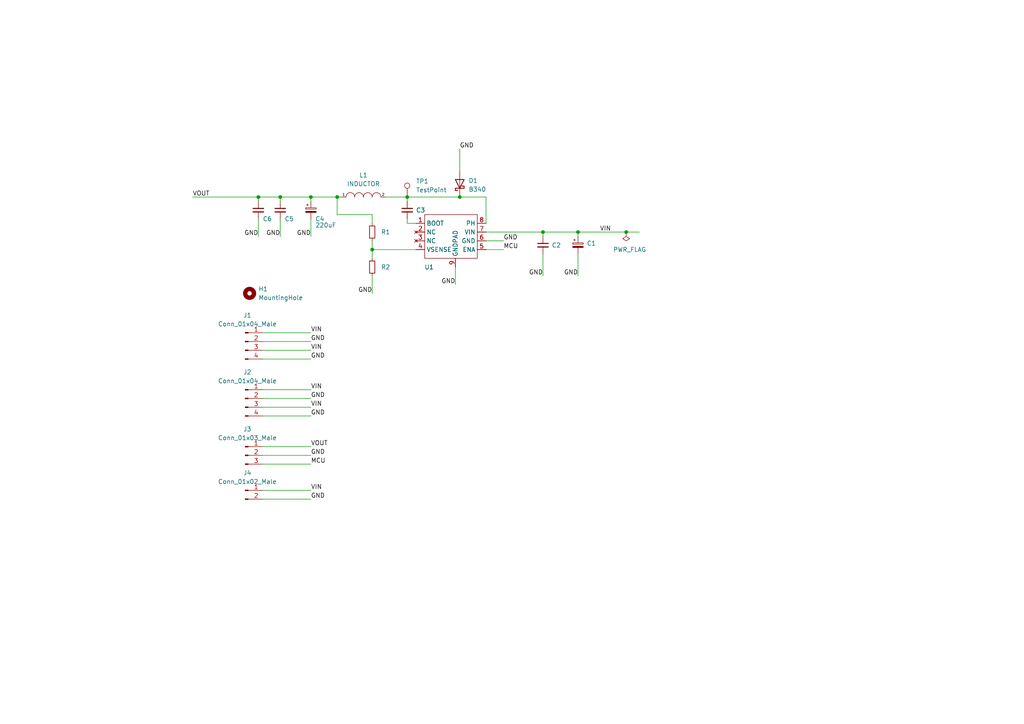
<source format=kicad_sch>
(kicad_sch (version 20211123) (generator eeschema)
  (paper "A4")
  (lib_symbols
    (symbol "#Wegner:TPS5430"
      (property "Reference" "U" (at 0 -8.89 0))
      (property "Value" "TPS5430" (at 0 8.89 0))
      (symbol "TPS5430_0_1"
        (rectangle (start -7.62 6.35) (end 7.62 -6.35))
      )
      (symbol "TPS5430_1_1"
        (pin output line (at -10.16 3.81 0) (length 2.54) (name "BOOT") (number "1"))
        (pin no_connect line (at -10.16 1.27 0) (length 2.54) (name "NC") (number "2"))
        (pin no_connect line (at -10.16 -1.27 0) (length 2.54) (name "NC") (number "3"))
        (pin input line (at -10.16 -3.81 0) (length 2.54) (name "VSENSE") (number "4"))
        (pin input line (at 10.16 -3.81 180) (length 2.54) (name "ENA") (number "5"))
        (pin input line (at 10.16 -1.27 180) (length 2.54) (name "GND") (number "6"))
        (pin input line (at 10.16 1.27 180) (length 2.54) (name "VIN") (number "7"))
        (pin output line (at 10.16 3.81 180) (length 2.54) (name "PH") (number "8"))
        (pin input line (at 1.27 -8.89 90) (length 2.54) (name "GNDPAD") (number "9"))
      )
    )
    (symbol "Connector:Conn_01x02_Male" (pin_names (offset 1.016) hide)
      (property "Reference" "J" (at 0 2.54 0))
      (property "Value" "Conn_01x02_Male" (at 0 -5.08 0))
      (symbol "Conn_01x02_Male_1_1"
        (polyline (pts (xy 1.27 -2.54) (xy 0.8636 -2.54)) (stroke (width 0.1524)))
        (polyline (pts (xy 1.27 0) (xy 0.8636 0)) (stroke (width 0.1524)))
        (rectangle (start 0.8636 -2.413) (end 0 -2.667) (stroke (width 0.1524)) (fill (type outline)))
        (rectangle (start 0.8636 0.127) (end 0 -0.127) (stroke (width 0.1524)) (fill (type outline)))
        (pin passive line (at 5.08 0 180) (length 3.81) (name "Pin_1") (number "1"))
        (pin passive line (at 5.08 -2.54 180) (length 3.81) (name "Pin_2") (number "2"))
      )
    )
    (symbol "Connector:Conn_01x03_Male" (pin_names (offset 1.016) hide)
      (property "Reference" "J" (at 0 5.08 0))
      (property "Value" "Conn_01x03_Male" (at 0 -5.08 0))
      (symbol "Conn_01x03_Male_1_1"
        (polyline (pts (xy 1.27 -2.54) (xy 0.8636 -2.54)) (stroke (width 0.1524)))
        (polyline (pts (xy 1.27 0) (xy 0.8636 0)) (stroke (width 0.1524)))
        (polyline (pts (xy 1.27 2.54) (xy 0.8636 2.54)) (stroke (width 0.1524)))
        (rectangle (start 0.8636 -2.413) (end 0 -2.667) (stroke (width 0.1524)) (fill (type outline)))
        (rectangle (start 0.8636 0.127) (end 0 -0.127) (stroke (width 0.1524)) (fill (type outline)))
        (rectangle (start 0.8636 2.667) (end 0 2.413) (stroke (width 0.1524)) (fill (type outline)))
        (pin passive line (at 5.08 2.54 180) (length 3.81) (name "Pin_1") (number "1"))
        (pin passive line (at 5.08 0 180) (length 3.81) (name "Pin_2") (number "2"))
        (pin passive line (at 5.08 -2.54 180) (length 3.81) (name "Pin_3") (number "3"))
      )
    )
    (symbol "Connector:Conn_01x04_Male" (pin_names (offset 1.016) hide)
      (property "Reference" "J" (at 0 5.08 0))
      (property "Value" "Conn_01x04_Male" (at 0 -7.62 0))
      (symbol "Conn_01x04_Male_1_1"
        (polyline (pts (xy 1.27 -5.08) (xy 0.8636 -5.08)) (stroke (width 0.1524)))
        (polyline (pts (xy 1.27 -2.54) (xy 0.8636 -2.54)) (stroke (width 0.1524)))
        (polyline (pts (xy 1.27 0) (xy 0.8636 0)) (stroke (width 0.1524)))
        (polyline (pts (xy 1.27 2.54) (xy 0.8636 2.54)) (stroke (width 0.1524)))
        (rectangle (start 0.8636 -4.953) (end 0 -5.207) (stroke (width 0.1524)) (fill (type outline)))
        (rectangle (start 0.8636 -2.413) (end 0 -2.667) (stroke (width 0.1524)) (fill (type outline)))
        (rectangle (start 0.8636 0.127) (end 0 -0.127) (stroke (width 0.1524)) (fill (type outline)))
        (rectangle (start 0.8636 2.667) (end 0 2.413) (stroke (width 0.1524)) (fill (type outline)))
        (pin passive line (at 5.08 2.54 180) (length 3.81) (name "Pin_1") (number "1"))
        (pin passive line (at 5.08 0 180) (length 3.81) (name "Pin_2") (number "2"))
        (pin passive line (at 5.08 -2.54 180) (length 3.81) (name "Pin_3") (number "3"))
        (pin passive line (at 5.08 -5.08 180) (length 3.81) (name "Pin_4") (number "4"))
      )
    )
    (symbol "Connector:TestPoint" (pin_numbers hide) (pin_names (offset 0.762) hide)
      (property "Reference" "TP" (at 0 6.858 0))
      (property "Value" "TestPoint" (at 0 5.08 0))
      (symbol "TestPoint_0_1"
        (circle (center 0 3.302) (radius 0.762))
      )
      (symbol "TestPoint_1_1"
        (pin passive line (at 0 0 90) (length 2.54) (name "1") (number "1"))
      )
    )
    (symbol "Device:C_Polarized_Small" (pin_numbers hide) (pin_names (offset 0.254) hide)
      (property "Reference" "C" (at 0.254 1.778 0))
      (property "Value" "C_Polarized_Small" (at 0.254 -2.032 0))
      (symbol "C_Polarized_Small_0_1"
        (rectangle (start -1.524 -0.3048) (end 1.524 -0.6858) (fill (type outline)))
        (rectangle (start -1.524 0.6858) (end 1.524 0.3048))
        (polyline (pts (xy -1.27 1.524) (xy -0.762 1.524)))
        (polyline (pts (xy -1.016 1.27) (xy -1.016 1.778)))
      )
      (symbol "C_Polarized_Small_1_1"
        (pin passive line (at 0 2.54 270) (length 1.8542) (name "~") (number "1"))
        (pin passive line (at 0 -2.54 90) (length 1.8542) (name "~") (number "2"))
      )
    )
    (symbol "Device:C_Small" (pin_numbers hide) (pin_names (offset 0.254) hide)
      (property "Reference" "C" (at 0.254 1.778 0))
      (property "Value" "C_Small" (at 0.254 -2.032 0))
      (symbol "C_Small_0_1"
        (polyline (pts (xy -1.524 -0.508) (xy 1.524 -0.508)) (stroke (width 0.3302)))
        (polyline (pts (xy -1.524 0.508) (xy 1.524 0.508)) (stroke (width 0.3048)))
      )
      (symbol "C_Small_1_1"
        (pin passive line (at 0 2.54 270) (length 2.032) (name "~") (number "1"))
        (pin passive line (at 0 -2.54 90) (length 2.032) (name "~") (number "2"))
      )
    )
    (symbol "Device:R_Small" (pin_numbers hide) (pin_names (offset 0.254) hide)
      (property "Reference" "R" (at 0.762 0.508 0))
      (property "Value" "R_Small" (at 0.762 -1.016 0))
      (symbol "R_Small_0_1"
        (rectangle (start -0.762 1.778) (end 0.762 -1.778) (stroke (width 0.2032)))
      )
      (symbol "R_Small_1_1"
        (pin passive line (at 0 2.54 270) (length 0.762) (name "~") (number "1"))
        (pin passive line (at 0 -2.54 90) (length 0.762) (name "~") (number "2"))
      )
    )
    (symbol "Diode:B340" (pin_numbers hide) (pin_names (offset 1.016) hide)
      (property "Reference" "D" (at 0 2.54 0))
      (property "Value" "B340" (at 0 -2.54 0))
      (symbol "B340_0_1"
        (polyline (pts (xy 1.27 0) (xy -1.27 0)))
        (polyline (pts (xy 1.27 1.27) (xy 1.27 -1.27) (xy -1.27 0) (xy 1.27 1.27)) (stroke (width 0.254)))
        (polyline (pts (xy -1.905 0.635) (xy -1.905 1.27) (xy -1.27 1.27) (xy -1.27 -1.27) (xy -0.635 -1.27) (xy -0.635 -0.635)) (stroke (width 0.254)))
      )
      (symbol "B340_1_1"
        (pin passive line (at -3.81 0 0) (length 2.54) (name "K") (number "1"))
        (pin passive line (at 3.81 0 180) (length 2.54) (name "A") (number "2"))
      )
    )
    (symbol "Mechanical:MountingHole" (pin_names (offset 1.016))
      (property "Reference" "H" (at 0 5.08 0))
      (property "Value" "MountingHole" (at 0 3.175 0))
      (symbol "MountingHole_0_1"
        (circle (center 0 0) (radius 1.27) (stroke (width 1.27)))
      )
    )
    (symbol "power:PWR_FLAG" (power) (pin_numbers hide) (pin_names (offset 0) hide)
      (property "Value" "PWR_FLAG" (at 0 3.81 0))
      (symbol "PWR_FLAG_0_0"
        (pin power_out line (at 0 0 90) (length 0) (name "pwr") (number "1"))
      )
      (symbol "PWR_FLAG_0_1"
        (polyline (pts (xy 0 0) (xy 0 1.27) (xy -1.016 1.905) (xy 0 2.54) (xy 1.016 1.905) (xy 0 1.27)))
      )
    )
    (symbol "pspice:INDUCTOR" (pin_numbers hide) (pin_names (offset 0))
      (property "Reference" "L" (at 0 2.54 0))
      (property "Value" "INDUCTOR" (at 0 -1.27 0))
      (symbol "INDUCTOR_0_1"
        (arc (start -2.54 0) (mid -3.81 1.27) (end -5.08 0))
        (arc (start 0 0) (mid -1.27 1.27) (end -2.54 0))
        (arc (start 2.54 0) (mid 1.27 1.27) (end 0 0))
        (arc (start 5.08 0) (mid 3.81 1.27) (end 2.54 0))
      )
      (symbol "INDUCTOR_1_1"
        (pin input line (at -6.35 0 0) (length 1.27) (name "1") (number "1"))
        (pin input line (at 6.35 0 180) (length 1.27) (name "2") (number "2"))
      )
    )
  )
  (junction (at 181.61 67.31))
  (junction (at 74.93 57.15))
  (junction (at 167.64 67.31))
  (junction (at 107.95 72.39))
  (junction (at 157.48 67.31))
  (junction (at 90.17 57.15))
  (junction (at 118.11 57.15))
  (junction (at 133.35 57.15))
  (junction (at 97.79 57.15))
  (junction (at 81.28 57.15))
  (wire (pts (xy 76.2 142.24) (xy 90.17 142.24)))
  (wire (pts (xy 107.95 72.39) (xy 107.95 74.93)))
  (wire (pts (xy 74.93 57.15) (xy 81.28 57.15)))
  (wire (pts (xy 55.88 57.15) (xy 74.93 57.15)))
  (wire (pts (xy 76.2 113.03) (xy 90.17 113.03)))
  (wire (pts (xy 118.11 57.15) (xy 118.11 58.42)))
  (wire (pts (xy 76.2 99.06) (xy 90.17 99.06)))
  (wire (pts (xy 133.35 43.18) (xy 133.35 49.53)))
  (wire (pts (xy 76.2 115.57) (xy 90.17 115.57)))
  (wire (pts (xy 81.28 57.15) (xy 81.28 58.42)))
  (wire (pts (xy 76.2 96.52) (xy 90.17 96.52)))
  (wire (pts (xy 107.95 62.23) (xy 107.95 64.77)))
  (wire (pts (xy 132.08 77.47) (xy 132.08 82.55)))
  (wire (pts (xy 107.95 72.39) (xy 120.65 72.39)))
  (wire (pts (xy 97.79 57.15) (xy 99.06 57.15)))
  (wire (pts (xy 76.2 118.11) (xy 90.17 118.11)))
  (wire (pts (xy 74.93 57.15) (xy 74.93 58.42)))
  (wire (pts (xy 107.95 69.85) (xy 107.95 72.39)))
  (wire (pts (xy 76.2 134.62) (xy 90.17 134.62)))
  (wire (pts (xy 118.11 57.15) (xy 133.35 57.15)))
  (wire (pts (xy 90.17 63.5) (xy 90.17 68.58)))
  (wire (pts (xy 140.97 64.77) (xy 140.97 57.15)))
  (wire (pts (xy 118.11 64.77) (xy 120.65 64.77)))
  (wire (pts (xy 76.2 129.54) (xy 90.17 129.54)))
  (wire (pts (xy 76.2 120.65) (xy 90.17 120.65)))
  (wire (pts (xy 76.2 104.14) (xy 90.17 104.14)))
  (wire (pts (xy 167.64 67.31) (xy 181.61 67.31)))
  (wire (pts (xy 90.17 57.15) (xy 97.79 57.15)))
  (wire (pts (xy 167.64 73.66) (xy 167.64 80.01)))
  (wire (pts (xy 140.97 57.15) (xy 133.35 57.15)))
  (wire (pts (xy 81.28 63.5) (xy 81.28 68.58)))
  (wire (pts (xy 181.61 67.31) (xy 185.42 67.31)))
  (wire (pts (xy 140.97 72.39) (xy 146.05 72.39)))
  (wire (pts (xy 157.48 67.31) (xy 157.48 68.58)))
  (wire (pts (xy 97.79 62.23) (xy 107.95 62.23)))
  (wire (pts (xy 167.64 67.31) (xy 167.64 68.58)))
  (wire (pts (xy 74.93 63.5) (xy 74.93 68.58)))
  (wire (pts (xy 81.28 57.15) (xy 90.17 57.15)))
  (wire (pts (xy 118.11 63.5) (xy 118.11 64.77)))
  (wire (pts (xy 76.2 101.6) (xy 90.17 101.6)))
  (wire (pts (xy 76.2 132.08) (xy 90.17 132.08)))
  (wire (pts (xy 157.48 67.31) (xy 167.64 67.31)))
  (wire (pts (xy 97.79 57.15) (xy 97.79 62.23)))
  (wire (pts (xy 111.76 57.15) (xy 118.11 57.15)))
  (wire (pts (xy 140.97 69.85) (xy 146.05 69.85)))
  (wire (pts (xy 107.95 80.01) (xy 107.95 85.09)))
  (wire (pts (xy 90.17 57.15) (xy 90.17 58.42)))
  (wire (pts (xy 140.97 67.31) (xy 157.48 67.31)))
  (wire (pts (xy 76.2 144.78) (xy 90.17 144.78)))
  (wire (pts (xy 157.48 73.66) (xy 157.48 80.01)))
  (label "MCU" (at 90.17 134.62 0))
  (label "GND" (at 132.08 82.55 180))
  (label "GND" (at 167.64 80.01 180))
  (label "GND" (at 81.28 68.58 180))
  (label "MCU" (at 146.05 72.39 0))
  (label "GND" (at 90.17 115.57 0))
  (label "VIN" (at 90.17 96.52 0))
  (label "GND" (at 107.95 85.09 180))
  (label "GND" (at 90.17 144.78 0))
  (label "GND" (at 90.17 132.08 0))
  (label "GND" (at 90.17 99.06 0))
  (label "GND" (at 90.17 104.14 0))
  (label "VIN" (at 173.99 67.31 0))
  (label "VIN" (at 90.17 113.03 0))
  (label "VIN" (at 90.17 101.6 0))
  (label "GND" (at 157.48 80.01 180))
  (label "VIN" (at 90.17 118.11 0))
  (label "VIN" (at 90.17 142.24 0))
  (label "GND" (at 133.35 43.18 0))
  (label "GND" (at 90.17 68.58 180))
  (label "GND" (at 74.93 68.58 180))
  (label "VOUT" (at 90.17 129.54 0))
  (label "GND" (at 146.05 69.85 0))
  (label "VOUT" (at 55.88 57.15 0))
  (label "GND" (at 90.17 120.65 0))
  (symbol (lib_id "Device:C_Polarized_Small") (at 167.64 71.12 0) (unit 1)
    (property "Reference" "C1" (at 170.18 70.5738 0) (effects (justify left)))
    (property "Value" "C_Polarized_Small" (effects hide))
    (property "Footprint" "Capacitor_SMD:CP_Elec_10x10.5" (effects hide))
  )
  (symbol (lib_id "Device:C_Polarized_Small") (at 90.17 60.96 0) (unit 1)
    (property "Reference" "C4" (at 91.44 63.5 0) (effects (justify left)))
    (property "Value" "220uF" (at 91.44 65.3162 0) (effects (justify left)))
    (property "Footprint" "Capacitor_SMD:CP_Elec_10x10.5" (effects hide))
  )
  (symbol (lib_id "Device:C_Small") (at 81.28 60.96 0) (unit 1)
    (property "Reference" "C5" (at 82.55 63.5 0) (effects (justify left)))
    (property "Value" "C_Small" (effects hide))
    (property "Footprint" "Capacitor_THT:CP_Radial_D8.0mm_P3.50mm" (effects hide))
  )
  (symbol (lib_id "Device:R_Small") (at 107.95 67.31 0) (unit 1)
    (property "Reference" "R1" (at 110.49 67.3099 0) (effects (justify left)))
    (property "Value" "R_Small" (effects hide))
    (property "Footprint" "Resistor_SMD:R_0805_2012Metric_Pad1.20x1.40mm_HandSolder" (effects hide))
  )
  (symbol (lib_id "Mechanical:MountingHole") (at 72.39 85.09 0) (unit 1)
    (property "Reference" "H1" (at 74.93 83.8199 0) (effects (justify left)))
    (property "Value" "MountingHole" (at 74.93 86.3599 0) (effects (justify left)))
    (property "Footprint" "MountingHole:MountingHole_2.5mm_Pad" (effects hide))
  )
  (symbol (lib_id "Connector:Conn_01x04_Male") (at 71.12 115.57 0) (unit 1)
    (property "Reference" "J2" (at 71.755 107.95 0))
    (property "Value" "Conn_01x04_Male" (at 71.755 110.49 0))
    (property "Footprint" "Connector_PinHeader_2.54mm:PinHeader_1x04_P2.54mm_Vertical" (effects hide))
  )
  (symbol (lib_id "Device:C_Small") (at 118.11 60.96 0) (unit 1)
    (property "Reference" "C3" (at 120.65 60.9662 0) (effects (justify left)))
    (property "Value" "C_Small" (effects hide))
    (property "Footprint" "C_0805_2012Metric_Pad1.18x1.45mm_HandSolder" (effects hide))
  )
  (symbol (lib_id "pspice:INDUCTOR") (at 105.41 57.15 0) (unit 1)
    (property "Reference" "L1" (at 105.41 50.8 0))
    (property "Value" "INDUCTOR" (at 105.41 53.34 0))
    (property "Footprint" "Bloomer_Library:PowerInductor_Panasonic_ETQP3MKVN_7.4mm_7mm" (effects hide))
  )
  (symbol (lib_id "power:PWR_FLAG") (at 181.61 67.31 180) (unit 1)
    (property "Reference" "#FLG0101" (effects hide))
    (property "Value" "PWR_FLAG" (at 177.8 72.39 0) (effects (justify right)))
  )
  (symbol (lib_id "#Wegner:TPS5430") (at 130.81 68.58 0) (unit 1)
    (property "Reference" "U1" (at 124.46 77.47 0))
    (property "Value" "TPS5430" (effects hide))
    (property "Footprint" "Package_SO:Texas_HSOP-8-1EP_3.9x4.9mm_P1.27mm_ThermalVias" (effects hide))
    (property "Datasheet" "https://www.ti.com/cn/lit/ds/symlink/mc34063a.pdf" (effects hide))
  )
  (symbol (lib_id "Device:C_Small") (at 157.48 71.12 0) (unit 1)
    (property "Reference" "C2" (at 160.02 71.1262 0) (effects (justify left)))
    (property "Value" "C_Small" (effects hide))
    (property "Footprint" "C_0805_2012Metric_Pad1.18x1.45mm_HandSolder" (effects hide))
  )
  (symbol (lib_id "Device:R_Small") (at 107.95 77.47 0) (unit 1)
    (property "Reference" "R2" (at 110.49 77.4699 0) (effects (justify left)))
    (property "Value" "R_Small" (effects hide))
    (property "Footprint" "Resistor_SMD:R_0805_2012Metric_Pad1.20x1.40mm_HandSolder" (effects hide))
  )
  (symbol (lib_id "Connector:Conn_01x02_Male") (at 71.12 142.24 0) (unit 1)
    (property "Reference" "J4" (at 71.755 137.16 0))
    (property "Value" "Conn_01x02_Male" (at 71.755 139.7 0))
    (property "Footprint" "Connector_PinSocket_2.54mm:PinSocket_1x02_P2.54mm_Vertical" (effects hide))
  )
  (symbol (lib_id "Connector:Conn_01x03_Male") (at 71.12 132.08 0) (unit 1)
    (property "Reference" "J3" (at 71.755 124.46 0))
    (property "Value" "Conn_01x03_Male" (at 71.755 127 0))
    (property "Footprint" "Connector_PinHeader_2.54mm:PinHeader_1x03_P2.54mm_Vertical" (effects hide))
  )
  (symbol (lib_id "Device:C_Small") (at 74.93 60.96 0) (unit 1)
    (property "Reference" "C6" (at 76.2 63.5 0) (effects (justify left)))
    (property "Value" "C_Small" (effects hide))
    (property "Footprint" "C_0805_2012Metric_Pad1.18x1.45mm_HandSolder" (effects hide))
  )
  (symbol (lib_id "Diode:B340") (at 133.35 53.34 90) (unit 1)
    (property "Reference" "D1" (at 135.89 52.3874 90) (effects (justify right)))
    (property "Value" "B340" (at 135.89 54.9274 90) (effects (justify right)))
    (property "Footprint" "Diode_SMD:D_SMA" (effects hide))
    (property "Datasheet" "http://www.jameco.com/Jameco/Products/ProdDS/1538777.pdf" (effects hide))
  )
  (symbol (lib_id "Connector:TestPoint") (at 118.11 57.15 0) (unit 1)
    (property "Reference" "TP1" (at 120.65 52.5779 0) (effects (justify left)))
    (property "Value" "TestPoint" (at 120.65 55.1179 0) (effects (justify left)))
    (property "Footprint" "TestPoint:TestPoint_Pad_1.0x1.0mm" (effects hide))
  )
  (symbol (lib_id "Connector:Conn_01x04_Male") (at 71.12 99.06 0) (unit 1)
    (property "Reference" "J1" (at 71.755 91.44 0))
    (property "Value" "Conn_01x04_Male" (at 71.755 93.98 0))
    (property "Footprint" "Connector_PinHeader_2.54mm:PinHeader_1x04_P2.54mm_Vertical" (effects hide))
  )
)
</source>
